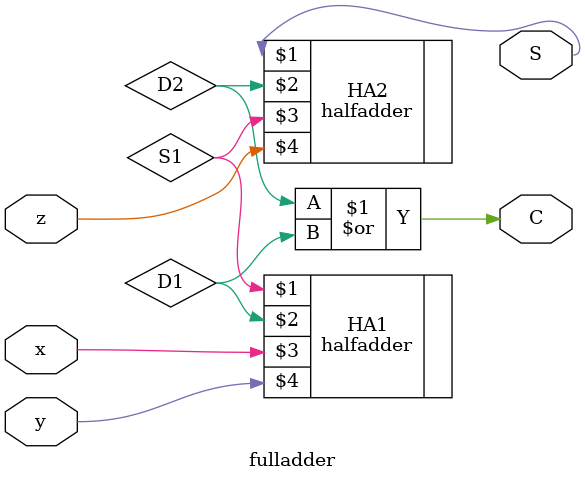
<source format=v>
module fulladder (S,C,x,y,z); 
   input x,y,z; 
   output S,C; 
   wire S1,D1,D2;

   halfadder HA1 (S1,D1,x,y), 
             HA2 (S,D2,S1,z); 
   or g1(C,D2,D1); 
endmodule 
</source>
